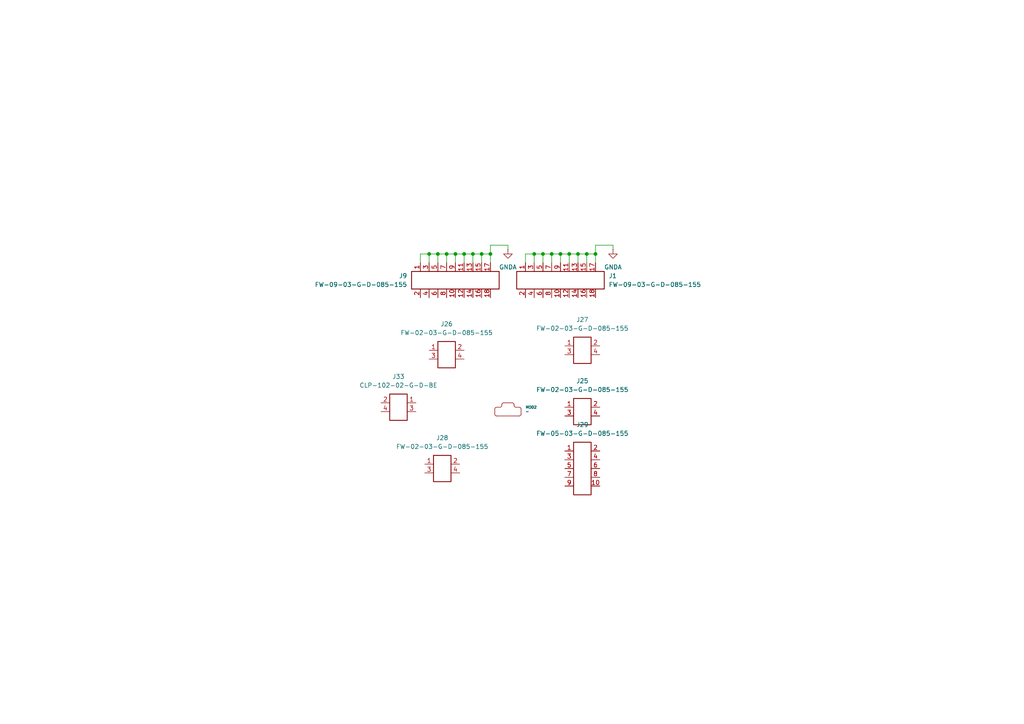
<source format=kicad_sch>
(kicad_sch (version 20250114) (generator "eeschema") (generator_version "9.0")
  (paper "A4")
  (lib_symbols
    (symbol "UNITED_CONNECTORS_DATA_BASE:J_CLP-102-02-G-D-BE" (pin_names (offset 0.254))
      (property "Reference" "J" (at 5.08 5.08 0))
      (property "Value" "CLP-102-02-G-D-BE" (at 5.08 -5.08 0))
      (symbol "J_CLP-102-02-G-D-BE_0_0"
        (pin unspecified line (at -5.08 1.27 0) (length 2.54) (name "") (number "1"))
        (pin unspecified line (at -5.08 -1.27 0) (length 2.54) (name "") (number "3"))
        (pin unspecified line (at 5.08 1.27 180) (length 2.54) (name "") (number "2"))
        (pin unspecified line (at 5.08 -1.27 180) (length 2.54) (name "") (number "4"))
      )
      (symbol "J_CLP-102-02-G-D-BE_1_0"
        (rectangle (start -2.54 3.81) (end 2.54 -3.81) (stroke (width 0.254)))
      )
    )
    (symbol "UNITED_CONNECTORS_DATA_BASE:J_FW-02-03-G-D-085-155" (pin_names (offset 0.254))
      (property "Reference" "J" (at 5.08 5.08 0))
      (property "Value" "FW-02-03-G-D-085-155" (at 5.08 -5.08 0))
      (symbol "J_FW-02-03-G-D-085-155_0_0"
        (pin unspecified line (at -5.08 1.27 0) (length 2.54) (name "") (number "1"))
        (pin unspecified line (at -5.08 -1.27 0) (length 2.54) (name "") (number "3"))
        (pin unspecified line (at 5.08 1.27 180) (length 2.54) (name "") (number "2"))
        (pin unspecified line (at 5.08 -1.27 180) (length 2.54) (name "") (number "4"))
      )
      (symbol "J_FW-02-03-G-D-085-155_1_0"
        (rectangle (start -2.54 3.81) (end 2.54 -3.81) (stroke (width 0.254)))
      )
    )
    (symbol "UNITED_CONNECTORS_DATA_BASE:J_FW-05-03-G-D-085-155" (pin_names (offset 0.254))
      (property "Reference" "J" (at 5.08 8.89 0))
      (property "Value" "FW-05-03-G-D-085-155" (at 5.08 -8.89 0))
      (symbol "J_FW-05-03-G-D-085-155_0_0"
        (pin unspecified line (at -5.08 5.08 0) (length 2.54) (name "") (number "1"))
        (pin unspecified line (at -5.08 2.54 0) (length 2.54) (name "") (number "3"))
        (pin unspecified line (at -5.08 0 0) (length 2.54) (name "") (number "5"))
        (pin unspecified line (at -5.08 -2.54 0) (length 2.54) (name "") (number "7"))
        (pin unspecified line (at -5.08 -5.08 0) (length 2.54) (name "") (number "9"))
        (pin unspecified line (at 5.08 5.08 180) (length 2.54) (name "") (number "2"))
        (pin unspecified line (at 5.08 2.54 180) (length 2.54) (name "") (number "4"))
        (pin unspecified line (at 5.08 0 180) (length 2.54) (name "") (number "6"))
        (pin unspecified line (at 5.08 -2.54 180) (length 2.54) (name "") (number "8"))
        (pin unspecified line (at 5.08 -5.08 180) (length 2.54) (name "") (number "10"))
      )
      (symbol "J_FW-05-03-G-D-085-155_1_0"
        (rectangle (start -2.54 7.62) (end 2.54 -7.62) (stroke (width 0.254)))
      )
    )
    (symbol "UNITED_CONNECTORS_DATA_BASE:J_FW-09-03-G-D-085-155" (pin_names (offset 0.254))
      (property "Reference" "J" (at 5.08 13.97 0))
      (property "Value" "FW-09-03-G-D-085-155" (at 5.08 -13.97 0))
      (symbol "J_FW-09-03-G-D-085-155_0_0"
        (pin unspecified line (at -5.08 10.16 0) (length 2.54) (name "") (number "1"))
        (pin unspecified line (at -5.08 7.62 0) (length 2.54) (name "") (number "3"))
        (pin unspecified line (at -5.08 5.08 0) (length 2.54) (name "") (number "5"))
        (pin unspecified line (at -5.08 2.54 0) (length 2.54) (name "") (number "7"))
        (pin unspecified line (at -5.08 0 0) (length 2.54) (name "") (number "9"))
        (pin unspecified line (at -5.08 -2.54 0) (length 2.54) (name "") (number "11"))
        (pin unspecified line (at -5.08 -5.08 0) (length 2.54) (name "") (number "13"))
        (pin unspecified line (at -5.08 -7.62 0) (length 2.54) (name "") (number "15"))
        (pin unspecified line (at -5.08 -10.16 0) (length 2.54) (name "") (number "17"))
        (pin unspecified line (at 5.08 10.16 180) (length 2.54) (name "") (number "2"))
        (pin unspecified line (at 5.08 7.62 180) (length 2.54) (name "") (number "4"))
        (pin unspecified line (at 5.08 5.08 180) (length 2.54) (name "") (number "6"))
        (pin unspecified line (at 5.08 2.54 180) (length 2.54) (name "") (number "8"))
        (pin unspecified line (at 5.08 0 180) (length 2.54) (name "") (number "10"))
        (pin unspecified line (at 5.08 -2.54 180) (length 2.54) (name "") (number "12"))
        (pin unspecified line (at 5.08 -5.08 180) (length 2.54) (name "") (number "14"))
        (pin unspecified line (at 5.08 -7.62 180) (length 2.54) (name "") (number "16"))
        (pin unspecified line (at 5.08 -10.16 180) (length 2.54) (name "") (number "18"))
      )
      (symbol "J_FW-09-03-G-D-085-155_1_0"
        (rectangle (start -2.54 12.7) (end 2.54 -12.7) (stroke (width 0.254)))
      )
    )
    (symbol "UNITED_MODULES_DATA_BASE:MINIMAL_MAX14906"
      (property "Reference" "MOD" (at 2.54 2.54 0))
      (symbol "MINIMAL_MAX14906_0_1"
        (polyline (pts (xy -3.81 -0.762) (xy -3.81 0.762)))
        (arc (start -3.81 0.762) (mid -3.6612 1.1212) (end -3.302 1.27))
        (arc (start -3.302 -1.27) (mid -3.6612 -1.1212) (end -3.81 -0.762))
        (arc (start -1.778 1.778) (mid -1.9268 1.4188) (end -2.286 1.27))
        (polyline (pts (xy -2.286 1.27) (xy -3.302 1.27)))
        (polyline (pts (xy -1.778 2.032) (xy -1.778 1.778)))
        (polyline (pts (xy -1.27 2.54) (xy 1.27 2.54)))
        (arc (start -1.778 2.032) (mid -1.6292 2.3912) (end -1.27 2.54))
        (arc (start 1.27 2.54) (mid 1.6292 2.3912) (end 1.778 2.032))
        (polyline (pts (xy 1.778 2.032) (xy 1.778 1.778)))
        (arc (start 2.286 1.27) (mid 1.9268 1.4188) (end 1.778 1.778))
        (polyline (pts (xy 2.286 1.27) (xy 3.302 1.27)))
        (arc (start 3.302 1.27) (mid 3.6606 1.1206) (end 3.81 0.762))
        (arc (start 3.81 -0.762) (mid 3.6606 -1.1206) (end 3.302 -1.27))
        (polyline (pts (xy 3.302 -1.27) (xy -3.302 -1.27)))
        (polyline (pts (xy 3.81 -0.762) (xy 3.81 0.762)))
      )
    )
    (symbol "power:GNDA" (power) (pin_numbers (hide yes)) (pin_names (offset 0) (hide yes))
      (property "Value" "GNDA" (at 0 -3.81 0))
      (symbol "GNDA_0_1"
        (polyline (pts (xy 0 0) (xy 0 -1.27) (xy 1.27 -1.27) (xy 0 -2.54) (xy -1.27 -1.27) (xy 0 -1.27)))
      )
      (symbol "GNDA_1_1"
        (pin power_in line (at 0 0 270) (length 0) (name "~") (number "1"))
      )
    )
  )
  (junction (at 170.18 73.66))
  (junction (at 165.1 73.66))
  (junction (at 132.08 73.66))
  (junction (at 142.24 73.66))
  (junction (at 134.62 73.66))
  (junction (at 139.7 73.66))
  (junction (at 129.54 73.66))
  (junction (at 160.02 73.66))
  (junction (at 157.48 73.66))
  (junction (at 172.72 73.66))
  (junction (at 154.94 73.66))
  (junction (at 167.64 73.66))
  (junction (at 127 73.66))
  (junction (at 162.56 73.66))
  (junction (at 137.16 73.66))
  (junction (at 124.46 73.66))
  (wire (pts (xy 162.56 73.66) (xy 165.1 73.66)))
  (wire (pts (xy 167.64 73.66) (xy 167.64 76.2)))
  (wire (pts (xy 154.94 73.66) (xy 154.94 76.2)))
  (wire (pts (xy 132.08 73.66) (xy 134.62 73.66)))
  (wire (pts (xy 121.92 73.66) (xy 124.46 73.66)))
  (wire (pts (xy 124.46 73.66) (xy 124.46 76.2)))
  (wire (pts (xy 129.54 73.66) (xy 129.54 76.2)))
  (wire (pts (xy 129.54 73.66) (xy 132.08 73.66)))
  (wire (pts (xy 139.7 73.66) (xy 142.24 73.66)))
  (wire (pts (xy 121.92 76.2) (xy 121.92 73.66)))
  (wire (pts (xy 142.24 73.66) (xy 142.24 76.2)))
  (wire (pts (xy 162.56 73.66) (xy 162.56 76.2)))
  (wire (pts (xy 172.72 73.66) (xy 172.72 76.2)))
  (wire (pts (xy 132.08 73.66) (xy 132.08 76.2)))
  (wire (pts (xy 154.94 73.66) (xy 157.48 73.66)))
  (wire (pts (xy 152.4 73.66) (xy 154.94 73.66)))
  (wire (pts (xy 167.64 73.66) (xy 170.18 73.66)))
  (wire (pts (xy 142.24 71.12) (xy 142.24 73.66)))
  (wire (pts (xy 157.48 73.66) (xy 160.02 73.66)))
  (wire (pts (xy 147.32 72.39) (xy 147.32 71.12)))
  (wire (pts (xy 152.4 76.2) (xy 152.4 73.66)))
  (wire (pts (xy 127 73.66) (xy 127 76.2)))
  (wire (pts (xy 177.8 72.39) (xy 177.8 71.12)))
  (wire (pts (xy 134.62 73.66) (xy 137.16 73.66)))
  (wire (pts (xy 137.16 73.66) (xy 139.7 73.66)))
  (wire (pts (xy 137.16 73.66) (xy 137.16 76.2)))
  (wire (pts (xy 157.48 73.66) (xy 157.48 76.2)))
  (wire (pts (xy 160.02 73.66) (xy 162.56 73.66)))
  (wire (pts (xy 147.32 71.12) (xy 142.24 71.12)))
  (wire (pts (xy 160.02 73.66) (xy 160.02 76.2)))
  (wire (pts (xy 165.1 73.66) (xy 165.1 76.2)))
  (wire (pts (xy 134.62 73.66) (xy 134.62 76.2)))
  (wire (pts (xy 127 73.66) (xy 129.54 73.66)))
  (wire (pts (xy 139.7 73.66) (xy 139.7 76.2)))
  (wire (pts (xy 177.8 71.12) (xy 172.72 71.12)))
  (wire (pts (xy 172.72 71.12) (xy 172.72 73.66)))
  (wire (pts (xy 170.18 73.66) (xy 170.18 76.2)))
  (wire (pts (xy 170.18 73.66) (xy 172.72 73.66)))
  (wire (pts (xy 124.46 73.66) (xy 127 73.66)))
  (wire (pts (xy 165.1 73.66) (xy 167.64 73.66)))
  (symbol (lib_id "UNITED_CONNECTORS_DATA_BASE:J_FW-02-03-G-D-085-155") (at 128.27 135.89 0) (unit 1)
    (property "Reference" "J28" (at 128.27 127 0))
    (property "Value" "FW-02-03-G-D-085-155" (at 128.27 129.54 0))
    (property "Footprint" "connector_footprints:FW-02-03-G-D-085-155" (effects (hide yes)))
    (property "Datasheet" "https://suddendocs.samtec.com/catalog_english/fw_sm.pdf?_gl=1*1xtxv9c*_gcl_au*MTM0MTYyNTQ5MS4xNzM2MDk5MTUz*_ga*MTYxNDYyMTQ0Mi4xNzM2MDk5MTUz*_ga_3KFNZC07WW*MTczODE2NTI0NS4zMi4xLjE3MzgxNjU1NjMuNjAuMC4w" (effects (hide yes)))
    (property "Description" "Samtec FW-xx-03-G-D-085-155 series,  2 positions connector,  1.27 mm pitch,  Black,  Vertical mounting,  5.2 A,  300 V,  Surface Mount,  Gold plated" (effects (hide yes)))
    (property "Color" "Black" (effects (hide yes)))
    (property "Contact Plating" "Gold" (effects (hide yes)))
    (property "Current Rating (A)" "5.2" (effects (hide yes)))
    (property "MPN" "FW-02-03-G-D-085-155" (effects (hide yes)))
    (property "Manufacturer" "Samtec" (effects (hide yes)))
    (property "Mounting Angle" "Vertical" (effects (hide yes)))
    (property "Mounting Style" "Surface Mount" (effects (hide yes)))
    (property "Number of Rows" "2" (effects (hide yes)))
    (property "Pin Count" "2" (effects (hide yes)))
    (property "Pitch (mm)" "1.27" (effects (hide yes)))
    (property "Series" "FW-xx-03-G-D-085-155" (effects (hide yes)))
    (property "Symbol Name" "J_FW-02-03-G-D-085-155" (effects (hide yes)))
    (property "Trustedparts Search" "https://www.trustedparts.com/en/search/FW-02-03-G-D-085-155" (effects (hide yes)))
    (property "Voltage Rating (V)" "300" (effects (hide yes)))
  )
  (symbol (lib_id "power:GNDA") (at 177.8 72.39 0) (unit 1)
    (property "Reference" "#PWR09" (effects (hide yes)))
    (property "Value" "GNDA" (at 177.8 77.47 0))
    (property "Description" "Power symbol creates a global label with name \"GNDA\" , analog ground" (effects (hide yes)))
  )
  (symbol (lib_id "UNITED_CONNECTORS_DATA_BASE:J_FW-02-03-G-D-085-155") (at 168.91 119.38 0) (unit 1)
    (property "Reference" "J25" (at 168.91 110.49 0))
    (property "Value" "FW-02-03-G-D-085-155" (at 168.91 113.03 0))
    (property "Footprint" "connector_footprints:FW-02-03-G-D-085-155" (effects (hide yes)))
    (property "Datasheet" "https://suddendocs.samtec.com/catalog_english/fw_sm.pdf?_gl=1*1xtxv9c*_gcl_au*MTM0MTYyNTQ5MS4xNzM2MDk5MTUz*_ga*MTYxNDYyMTQ0Mi4xNzM2MDk5MTUz*_ga_3KFNZC07WW*MTczODE2NTI0NS4zMi4xLjE3MzgxNjU1NjMuNjAuMC4w" (effects (hide yes)))
    (property "Description" "Samtec FW-xx-03-G-D-085-155 series,  2 positions connector,  1.27 mm pitch,  Black,  Vertical mounting,  5.2 A,  300 V,  Surface Mount,  Gold plated" (effects (hide yes)))
    (property "Color" "Black" (effects (hide yes)))
    (property "Contact Plating" "Gold" (effects (hide yes)))
    (property "Current Rating (A)" "5.2" (effects (hide yes)))
    (property "MPN" "FW-02-03-G-D-085-155" (effects (hide yes)))
    (property "Manufacturer" "Samtec" (effects (hide yes)))
    (property "Mounting Angle" "Vertical" (effects (hide yes)))
    (property "Mounting Style" "Surface Mount" (effects (hide yes)))
    (property "Number of Rows" "2" (effects (hide yes)))
    (property "Pin Count" "2" (effects (hide yes)))
    (property "Pitch (mm)" "1.27" (effects (hide yes)))
    (property "Series" "FW-xx-03-G-D-085-155" (effects (hide yes)))
    (property "Symbol Name" "J_FW-02-03-G-D-085-155" (effects (hide yes)))
    (property "Trustedparts Search" "https://www.trustedparts.com/en/search/FW-02-03-G-D-085-155" (effects (hide yes)))
    (property "Voltage Rating (V)" "300" (effects (hide yes)))
  )
  (symbol (lib_id "UNITED_CONNECTORS_DATA_BASE:J_FW-09-03-G-D-085-155") (at 132.08 81.28 90) (mirror x) (unit 1)
    (property "Reference" "J9" (at 118.11 80.0099 90) (effects (justify left)))
    (property "Value" "FW-09-03-G-D-085-155" (at 118.11 82.5499 90) (effects (justify left)))
    (property "Footprint" "connector_footprints:FW-09-03-G-D-085-155" (effects (hide yes)))
    (property "Datasheet" "https://suddendocs.samtec.com/catalog_english/fw_sm.pdf?_gl=1*1xtxv9c*_gcl_au*MTM0MTYyNTQ5MS4xNzM2MDk5MTUz*_ga*MTYxNDYyMTQ0Mi4xNzM2MDk5MTUz*_ga_3KFNZC07WW*MTczODE2NTI0NS4zMi4xLjE3MzgxNjU1NjMuNjAuMC4w" (effects (hide yes)))
    (property "Description" "Samtec FW-xx-03-G-D-085-155 series,  9 positions connector,  1.27 mm pitch,  Black,  Vertical mounting,  5.2 A,  300 V,  Surface Mount,  Gold plated" (effects (hide yes)))
    (property "Color" "Black" (effects (hide yes)))
    (property "Contact Plating" "Gold" (effects (hide yes)))
    (property "Current Rating (A)" "5.2" (effects (hide yes)))
    (property "MPN" "FW-09-03-G-D-085-155" (effects (hide yes)))
    (property "Manufacturer" "Samtec" (effects (hide yes)))
    (property "Mounting Angle" "Vertical" (effects (hide yes)))
    (property "Mounting Style" "Surface Mount" (effects (hide yes)))
    (property "Number of Rows" "2" (effects (hide yes)))
    (property "Pin Count" "9" (effects (hide yes)))
    (property "Pitch (mm)" "1.27" (effects (hide yes)))
    (property "Series" "FW-xx-03-G-D-085-155" (effects (hide yes)))
    (property "Symbol Name" "J_FW-09-03-G-D-085-155" (effects (hide yes)))
    (property "Trustedparts Search" "https://www.trustedparts.com/en/search/FW-09-03-G-D-085-155" (effects (hide yes)))
    (property "Voltage Rating (V)" "300" (effects (hide yes)))
  )
  (symbol (lib_id "power:GNDA") (at 147.32 72.39 0) (unit 1)
    (property "Reference" "#PWR012" (effects (hide yes)))
    (property "Value" "GNDA" (at 147.32 77.47 0))
    (property "Description" "Power symbol creates a global label with name \"GNDA\" , analog ground" (effects (hide yes)))
  )
  (symbol (lib_id "UNITED_MODULES_DATA_BASE:MINIMAL_MAX14906") (at 147.32 119.38 0) (unit 1)
    (property "Reference" "MOD2" (at 152.4 118.11 0) (effects (font (size 0.762 0.762)) (justify left)))
    (property "Value" "~" (at 152.4 119.38 0) (effects (justify left)))
    (property "Footprint" "modules_footprints:minimal_max14906" (effects (hide yes)))
  )
  (symbol (lib_id "UNITED_CONNECTORS_DATA_BASE:J_FW-05-03-G-D-085-155") (at 168.91 135.89 0) (unit 1)
    (property "Reference" "J29" (at 168.91 123.19 0))
    (property "Value" "FW-05-03-G-D-085-155" (at 168.91 125.73 0))
    (property "Footprint" "connector_footprints:FW-05-03-G-D-085-155" (effects (hide yes)))
    (property "Datasheet" "https://suddendocs.samtec.com/catalog_english/fw_sm.pdf?_gl=1*1xtxv9c*_gcl_au*MTM0MTYyNTQ5MS4xNzM2MDk5MTUz*_ga*MTYxNDYyMTQ0Mi4xNzM2MDk5MTUz*_ga_3KFNZC07WW*MTczODE2NTI0NS4zMi4xLjE3MzgxNjU1NjMuNjAuMC4w" (effects (hide yes)))
    (property "Description" "Samtec FW-xx-03-G-D-085-155 series,  5 positions connector,  1.27 mm pitch,  Black,  Vertical mounting,  5.2 A,  300 V,  Surface Mount,  Gold plated" (effects (hide yes)))
    (property "Color" "Black" (effects (hide yes)))
    (property "Contact Plating" "Gold" (effects (hide yes)))
    (property "Current Rating (A)" "5.2" (effects (hide yes)))
    (property "MPN" "FW-05-03-G-D-085-155" (effects (hide yes)))
    (property "Manufacturer" "Samtec" (effects (hide yes)))
    (property "Mounting Angle" "Vertical" (effects (hide yes)))
    (property "Mounting Style" "Surface Mount" (effects (hide yes)))
    (property "Number of Rows" "2" (effects (hide yes)))
    (property "Pin Count" "5" (effects (hide yes)))
    (property "Pitch (mm)" "1.27" (effects (hide yes)))
    (property "Series" "FW-xx-03-G-D-085-155" (effects (hide yes)))
    (property "Symbol Name" "J_FW-05-03-G-D-085-155" (effects (hide yes)))
    (property "Trustedparts Search" "https://www.trustedparts.com/en/search/FW-05-03-G-D-085-155" (effects (hide yes)))
    (property "Voltage Rating (V)" "300" (effects (hide yes)))
  )
  (symbol (lib_id "UNITED_CONNECTORS_DATA_BASE:J_FW-02-03-G-D-085-155") (at 168.91 101.6 0) (unit 1)
    (property "Reference" "J27" (at 168.91 92.71 0))
    (property "Value" "FW-02-03-G-D-085-155" (at 168.91 95.25 0))
    (property "Footprint" "connector_footprints:FW-02-03-G-D-085-155" (effects (hide yes)))
    (property "Datasheet" "https://suddendocs.samtec.com/catalog_english/fw_sm.pdf?_gl=1*1xtxv9c*_gcl_au*MTM0MTYyNTQ5MS4xNzM2MDk5MTUz*_ga*MTYxNDYyMTQ0Mi4xNzM2MDk5MTUz*_ga_3KFNZC07WW*MTczODE2NTI0NS4zMi4xLjE3MzgxNjU1NjMuNjAuMC4w" (effects (hide yes)))
    (property "Description" "Samtec FW-xx-03-G-D-085-155 series,  2 positions connector,  1.27 mm pitch,  Black,  Vertical mounting,  5.2 A,  300 V,  Surface Mount,  Gold plated" (effects (hide yes)))
    (property "Color" "Black" (effects (hide yes)))
    (property "Contact Plating" "Gold" (effects (hide yes)))
    (property "Current Rating (A)" "5.2" (effects (hide yes)))
    (property "MPN" "FW-02-03-G-D-085-155" (effects (hide yes)))
    (property "Manufacturer" "Samtec" (effects (hide yes)))
    (property "Mounting Angle" "Vertical" (effects (hide yes)))
    (property "Mounting Style" "Surface Mount" (effects (hide yes)))
    (property "Number of Rows" "2" (effects (hide yes)))
    (property "Pin Count" "2" (effects (hide yes)))
    (property "Pitch (mm)" "1.27" (effects (hide yes)))
    (property "Series" "FW-xx-03-G-D-085-155" (effects (hide yes)))
    (property "Symbol Name" "J_FW-02-03-G-D-085-155" (effects (hide yes)))
    (property "Trustedparts Search" "https://www.trustedparts.com/en/search/FW-02-03-G-D-085-155" (effects (hide yes)))
    (property "Voltage Rating (V)" "300" (effects (hide yes)))
  )
  (symbol (lib_id "UNITED_CONNECTORS_DATA_BASE:J_CLP-102-02-G-D-BE") (at 115.57 118.11 0) (mirror y) (unit 1)
    (property "Reference" "J33" (at 115.57 109.22 0))
    (property "Value" "CLP-102-02-G-D-BE" (at 115.57 111.76 0))
    (property "Footprint" "connector_footprints:CLP-102-02-G-D-BE" (effects (hide yes)))
    (property "Datasheet" "https://suddendocs.samtec.com/catalog_english/clp_sm.pdf?_gl=1*1y4jlr9*_gcl_au*MTM0MTYyNTQ5MS4xNzM2MDk5MTUz*_ga*MTYxNDYyMTQ0Mi4xNzM2MDk5MTUz*_ga_3KFNZC07WW*MTczNjY4MDQ4OS4xNS4xLjE3MzY2ODEzNzcuNjAuMC4w" (effects (hide yes)))
    (property "Description" "Samtec CLP-1xx-02-G-D-BE series,  2 positions connector,  1.27 mm pitch,  Black,  Vertical mounting,  5.2 A,  300 V,  Surface Mount,  Tin plated" (effects (hide yes)))
    (property "Color" "Black" (effects (hide yes)))
    (property "Contact Plating" "Tin" (effects (hide yes)))
    (property "Current Rating (A)" "5.2" (effects (hide yes)))
    (property "MPN" "CLP-102-02-G-D-BE" (effects (hide yes)))
    (property "Manufacturer" "Samtec" (effects (hide yes)))
    (property "Mounting Angle" "Vertical" (effects (hide yes)))
    (property "Mounting Style" "Surface Mount" (effects (hide yes)))
    (property "Number of Rows" "2" (effects (hide yes)))
    (property "Pin Count" "2" (effects (hide yes)))
    (property "Pitch (mm)" "1.27" (effects (hide yes)))
    (property "Series" "CLP-1xx-02-G-D-BE" (effects (hide yes)))
    (property "Symbol Name" "J_CLP-102-02-G-D-BE" (effects (hide yes)))
    (property "Trustedparts Search" "https://www.trustedparts.com/en/search/CLP-102-02-G-D-BE" (effects (hide yes)))
    (property "Voltage Rating (V)" "300" (effects (hide yes)))
  )
  (symbol (lib_id "UNITED_CONNECTORS_DATA_BASE:J_FW-02-03-G-D-085-155") (at 129.54 102.87 0) (unit 1)
    (property "Reference" "J26" (at 129.54 93.98 0))
    (property "Value" "FW-02-03-G-D-085-155" (at 129.54 96.52 0))
    (property "Footprint" "connector_footprints:FW-02-03-G-D-085-155" (effects (hide yes)))
    (property "Datasheet" "https://suddendocs.samtec.com/catalog_english/fw_sm.pdf?_gl=1*1xtxv9c*_gcl_au*MTM0MTYyNTQ5MS4xNzM2MDk5MTUz*_ga*MTYxNDYyMTQ0Mi4xNzM2MDk5MTUz*_ga_3KFNZC07WW*MTczODE2NTI0NS4zMi4xLjE3MzgxNjU1NjMuNjAuMC4w" (effects (hide yes)))
    (property "Description" "Samtec FW-xx-03-G-D-085-155 series,  2 positions connector,  1.27 mm pitch,  Black,  Vertical mounting,  5.2 A,  300 V,  Surface Mount,  Gold plated" (effects (hide yes)))
    (property "Color" "Black" (effects (hide yes)))
    (property "Contact Plating" "Gold" (effects (hide yes)))
    (property "Current Rating (A)" "5.2" (effects (hide yes)))
    (property "MPN" "FW-02-03-G-D-085-155" (effects (hide yes)))
    (property "Manufacturer" "Samtec" (effects (hide yes)))
    (property "Mounting Angle" "Vertical" (effects (hide yes)))
    (property "Mounting Style" "Surface Mount" (effects (hide yes)))
    (property "Number of Rows" "2" (effects (hide yes)))
    (property "Pin Count" "2" (effects (hide yes)))
    (property "Pitch (mm)" "1.27" (effects (hide yes)))
    (property "Series" "FW-xx-03-G-D-085-155" (effects (hide yes)))
    (property "Symbol Name" "J_FW-02-03-G-D-085-155" (effects (hide yes)))
    (property "Trustedparts Search" "https://www.trustedparts.com/en/search/FW-02-03-G-D-085-155" (effects (hide yes)))
    (property "Voltage Rating (V)" "300" (effects (hide yes)))
  )
  (symbol (lib_id "UNITED_CONNECTORS_DATA_BASE:J_FW-09-03-G-D-085-155") (at 162.56 81.28 90) (mirror x) (unit 1)
    (property "Reference" "J1" (at 176.53 80.0099 90) (effects (justify right)))
    (property "Value" "FW-09-03-G-D-085-155" (at 176.53 82.5499 90) (effects (justify right)))
    (property "Footprint" "connector_footprints:FW-09-03-G-D-085-155" (effects (hide yes)))
    (property "Datasheet" "https://suddendocs.samtec.com/catalog_english/fw_sm.pdf?_gl=1*1xtxv9c*_gcl_au*MTM0MTYyNTQ5MS4xNzM2MDk5MTUz*_ga*MTYxNDYyMTQ0Mi4xNzM2MDk5MTUz*_ga_3KFNZC07WW*MTczODE2NTI0NS4zMi4xLjE3MzgxNjU1NjMuNjAuMC4w" (effects (hide yes)))
    (property "Description" "Samtec FW-xx-03-G-D-085-155 series,  9 positions connector,  1.27 mm pitch,  Black,  Vertical mounting,  5.2 A,  300 V,  Surface Mount,  Gold plated" (effects (hide yes)))
    (property "Color" "Black" (effects (hide yes)))
    (property "Contact Plating" "Gold" (effects (hide yes)))
    (property "Current Rating (A)" "5.2" (effects (hide yes)))
    (property "MPN" "FW-09-03-G-D-085-155" (effects (hide yes)))
    (property "Manufacturer" "Samtec" (effects (hide yes)))
    (property "Mounting Angle" "Vertical" (effects (hide yes)))
    (property "Mounting Style" "Surface Mount" (effects (hide yes)))
    (property "Number of Rows" "2" (effects (hide yes)))
    (property "Pin Count" "9" (effects (hide yes)))
    (property "Pitch (mm)" "1.27" (effects (hide yes)))
    (property "Series" "FW-xx-03-G-D-085-155" (effects (hide yes)))
    (property "Symbol Name" "J_FW-09-03-G-D-085-155" (effects (hide yes)))
    (property "Trustedparts Search" "https://www.trustedparts.com/en/search/FW-09-03-G-D-085-155" (effects (hide yes)))
    (property "Voltage Rating (V)" "300" (effects (hide yes)))
  )
)
</source>
